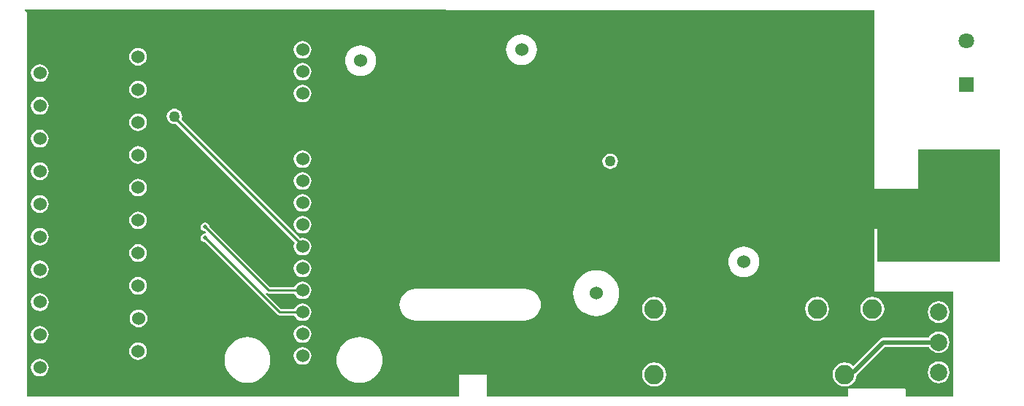
<source format=gbl>
G04*
G04 #@! TF.GenerationSoftware,Altium Limited,Altium Designer,21.7.2 (23)*
G04*
G04 Layer_Physical_Order=2*
G04 Layer_Color=16711680*
%FSLAX25Y25*%
%MOIN*%
G70*
G04*
G04 #@! TF.SameCoordinates,2DF3D4ED-E0DB-4B01-A8BF-79668011FF23*
G04*
G04*
G04 #@! TF.FilePolarity,Positive*
G04*
G01*
G75*
%ADD13C,0.01000*%
%ADD39C,0.02000*%
%ADD41C,0.06000*%
%ADD42R,0.07087X0.07087*%
%ADD43C,0.07087*%
%ADD44C,0.07874*%
%ADD45C,0.08858*%
%ADD46C,0.05000*%
%ADD47C,0.02000*%
G36*
X389500Y179000D02*
Y97500D01*
X409500D01*
Y115500D01*
X447000D01*
Y64000D01*
X391000Y64000D01*
X391000Y79000D01*
X389500D01*
Y50500D01*
X425500D01*
Y2500D01*
X404000D01*
Y5500D01*
X403500Y6000D01*
X377500D01*
Y2500D01*
X212500D01*
Y12500D01*
X200000D01*
Y2500D01*
X2500D01*
Y178000D01*
X1463Y179037D01*
X1654Y179499D01*
X389500Y179000D01*
D02*
G37*
%LPC*%
G36*
X128500Y165034D02*
X127456Y164897D01*
X126483Y164494D01*
X125647Y163853D01*
X125006Y163017D01*
X124603Y162044D01*
X124466Y161000D01*
X124603Y159956D01*
X125006Y158983D01*
X125647Y158147D01*
X126483Y157506D01*
X127456Y157103D01*
X128500Y156965D01*
X129544Y157103D01*
X130517Y157506D01*
X131353Y158147D01*
X131994Y158983D01*
X132397Y159956D01*
X132535Y161000D01*
X132397Y162044D01*
X131994Y163017D01*
X131353Y163853D01*
X130517Y164494D01*
X129544Y164897D01*
X128500Y165034D01*
D02*
G37*
G36*
X228500Y168034D02*
X227128Y167899D01*
X225808Y167499D01*
X224592Y166849D01*
X223526Y165974D01*
X222652Y164908D01*
X222002Y163692D01*
X221601Y162372D01*
X221466Y161000D01*
X221601Y159628D01*
X222002Y158308D01*
X222652Y157092D01*
X223526Y156026D01*
X224592Y155151D01*
X225808Y154501D01*
X227128Y154101D01*
X228500Y153966D01*
X229872Y154101D01*
X231192Y154501D01*
X232408Y155151D01*
X233474Y156026D01*
X234349Y157092D01*
X234998Y158308D01*
X235399Y159628D01*
X235534Y161000D01*
X235399Y162372D01*
X234998Y163692D01*
X234349Y164908D01*
X233474Y165974D01*
X232408Y166849D01*
X231192Y167499D01*
X229872Y167899D01*
X228500Y168034D01*
D02*
G37*
G36*
X53382Y161818D02*
X52338Y161680D01*
X51365Y161277D01*
X50529Y160636D01*
X49888Y159801D01*
X49485Y158828D01*
X49347Y157783D01*
X49485Y156739D01*
X49888Y155766D01*
X50529Y154931D01*
X51365Y154289D01*
X52338Y153886D01*
X53382Y153749D01*
X54426Y153886D01*
X55399Y154289D01*
X56235Y154931D01*
X56876Y155766D01*
X57279Y156739D01*
X57416Y157783D01*
X57279Y158828D01*
X56876Y159801D01*
X56235Y160636D01*
X55399Y161277D01*
X54426Y161680D01*
X53382Y161818D01*
D02*
G37*
G36*
X155000Y163034D02*
X153628Y162899D01*
X152308Y162498D01*
X151092Y161848D01*
X150026Y160974D01*
X149152Y159908D01*
X148502Y158692D01*
X148101Y157372D01*
X147966Y156000D01*
X148101Y154628D01*
X148502Y153308D01*
X149152Y152092D01*
X150026Y151026D01*
X151092Y150152D01*
X152308Y149502D01*
X153628Y149101D01*
X155000Y148966D01*
X156372Y149101D01*
X157692Y149502D01*
X158908Y150152D01*
X159974Y151026D01*
X160848Y152092D01*
X161498Y153308D01*
X161899Y154628D01*
X162034Y156000D01*
X161899Y157372D01*
X161498Y158692D01*
X160848Y159908D01*
X159974Y160974D01*
X158908Y161848D01*
X157692Y162498D01*
X156372Y162899D01*
X155000Y163034D01*
D02*
G37*
G36*
X128500Y155034D02*
X127456Y154897D01*
X126483Y154494D01*
X125647Y153853D01*
X125006Y153017D01*
X124603Y152044D01*
X124466Y151000D01*
X124603Y149956D01*
X125006Y148983D01*
X125647Y148147D01*
X126483Y147506D01*
X127456Y147103D01*
X128500Y146966D01*
X129544Y147103D01*
X130517Y147506D01*
X131353Y148147D01*
X131994Y148983D01*
X132397Y149956D01*
X132535Y151000D01*
X132397Y152044D01*
X131994Y153017D01*
X131353Y153853D01*
X130517Y154494D01*
X129544Y154897D01*
X128500Y155034D01*
D02*
G37*
G36*
X8500Y154338D02*
X7456Y154200D01*
X6483Y153797D01*
X5647Y153156D01*
X5006Y152320D01*
X4603Y151347D01*
X4465Y150303D01*
X4603Y149259D01*
X5006Y148286D01*
X5647Y147450D01*
X6483Y146809D01*
X7456Y146406D01*
X8500Y146269D01*
X9544Y146406D01*
X10517Y146809D01*
X11353Y147450D01*
X11994Y148286D01*
X12397Y149259D01*
X12535Y150303D01*
X12397Y151347D01*
X11994Y152320D01*
X11353Y153156D01*
X10517Y153797D01*
X9544Y154200D01*
X8500Y154338D01*
D02*
G37*
G36*
X53382Y146857D02*
X52338Y146720D01*
X51365Y146317D01*
X50529Y145676D01*
X49888Y144840D01*
X49485Y143867D01*
X49347Y142823D01*
X49485Y141779D01*
X49888Y140806D01*
X50529Y139970D01*
X51365Y139329D01*
X52338Y138926D01*
X53382Y138788D01*
X54426Y138926D01*
X55399Y139329D01*
X56235Y139970D01*
X56876Y140806D01*
X57279Y141779D01*
X57416Y142823D01*
X57279Y143867D01*
X56876Y144840D01*
X56235Y145676D01*
X55399Y146317D01*
X54426Y146720D01*
X53382Y146857D01*
D02*
G37*
G36*
X128500Y145035D02*
X127456Y144897D01*
X126483Y144494D01*
X125647Y143853D01*
X125006Y143017D01*
X124603Y142044D01*
X124466Y141000D01*
X124603Y139956D01*
X125006Y138983D01*
X125647Y138147D01*
X126483Y137506D01*
X127456Y137103D01*
X128500Y136966D01*
X129544Y137103D01*
X130517Y137506D01*
X131353Y138147D01*
X131994Y138983D01*
X132397Y139956D01*
X132535Y141000D01*
X132397Y142044D01*
X131994Y143017D01*
X131353Y143853D01*
X130517Y144494D01*
X129544Y144897D01*
X128500Y145035D01*
D02*
G37*
G36*
X8500Y139377D02*
X7456Y139240D01*
X6483Y138837D01*
X5647Y138195D01*
X5006Y137360D01*
X4603Y136387D01*
X4465Y135343D01*
X4603Y134298D01*
X5006Y133325D01*
X5647Y132490D01*
X6483Y131849D01*
X7456Y131446D01*
X8500Y131308D01*
X9544Y131446D01*
X10517Y131849D01*
X11353Y132490D01*
X11994Y133325D01*
X12397Y134298D01*
X12535Y135343D01*
X12397Y136387D01*
X11994Y137360D01*
X11353Y138195D01*
X10517Y138837D01*
X9544Y139240D01*
X8500Y139377D01*
D02*
G37*
G36*
X53382Y131897D02*
X52338Y131759D01*
X51365Y131356D01*
X50529Y130715D01*
X49888Y129879D01*
X49485Y128906D01*
X49347Y127862D01*
X49485Y126818D01*
X49888Y125845D01*
X50529Y125009D01*
X51365Y124368D01*
X52338Y123965D01*
X53382Y123828D01*
X54426Y123965D01*
X55399Y124368D01*
X56235Y125009D01*
X56876Y125845D01*
X57279Y126818D01*
X57416Y127862D01*
X57279Y128906D01*
X56876Y129879D01*
X56235Y130715D01*
X55399Y131356D01*
X54426Y131759D01*
X53382Y131897D01*
D02*
G37*
G36*
X8500Y124416D02*
X7456Y124279D01*
X6483Y123876D01*
X5647Y123235D01*
X5006Y122399D01*
X4603Y121426D01*
X4465Y120382D01*
X4603Y119338D01*
X5006Y118365D01*
X5647Y117529D01*
X6483Y116888D01*
X7456Y116485D01*
X8500Y116347D01*
X9544Y116485D01*
X10517Y116888D01*
X11353Y117529D01*
X11994Y118365D01*
X12397Y119338D01*
X12535Y120382D01*
X12397Y121426D01*
X11994Y122399D01*
X11353Y123235D01*
X10517Y123876D01*
X9544Y124279D01*
X8500Y124416D01*
D02*
G37*
G36*
X53382Y116936D02*
X52338Y116799D01*
X51365Y116396D01*
X50529Y115754D01*
X49888Y114919D01*
X49485Y113946D01*
X49347Y112902D01*
X49485Y111857D01*
X49888Y110884D01*
X50529Y110049D01*
X51365Y109408D01*
X52338Y109004D01*
X53382Y108867D01*
X54426Y109004D01*
X55399Y109408D01*
X56235Y110049D01*
X56876Y110884D01*
X57279Y111857D01*
X57416Y112902D01*
X57279Y113946D01*
X56876Y114919D01*
X56235Y115754D01*
X55399Y116396D01*
X54426Y116799D01*
X53382Y116936D01*
D02*
G37*
G36*
X128500Y115034D02*
X127456Y114897D01*
X126483Y114494D01*
X125647Y113853D01*
X125006Y113017D01*
X124603Y112044D01*
X124466Y111000D01*
X124603Y109956D01*
X125006Y108983D01*
X125647Y108147D01*
X126483Y107506D01*
X127456Y107103D01*
X128500Y106965D01*
X129544Y107103D01*
X130517Y107506D01*
X131353Y108147D01*
X131994Y108983D01*
X132397Y109956D01*
X132535Y111000D01*
X132397Y112044D01*
X131994Y113017D01*
X131353Y113853D01*
X130517Y114494D01*
X129544Y114897D01*
X128500Y115034D01*
D02*
G37*
G36*
X269000Y113530D02*
X268086Y113410D01*
X267235Y113057D01*
X266504Y112496D01*
X265943Y111765D01*
X265590Y110914D01*
X265470Y110000D01*
X265590Y109086D01*
X265943Y108235D01*
X266504Y107504D01*
X267235Y106943D01*
X268086Y106590D01*
X269000Y106470D01*
X269914Y106590D01*
X270765Y106943D01*
X271496Y107504D01*
X272057Y108235D01*
X272410Y109086D01*
X272530Y110000D01*
X272410Y110914D01*
X272057Y111765D01*
X271496Y112496D01*
X270765Y113057D01*
X269914Y113410D01*
X269000Y113530D01*
D02*
G37*
G36*
X8500Y109456D02*
X7456Y109318D01*
X6483Y108915D01*
X5647Y108274D01*
X5006Y107439D01*
X4603Y106465D01*
X4465Y105421D01*
X4603Y104377D01*
X5006Y103404D01*
X5647Y102568D01*
X6483Y101927D01*
X7456Y101524D01*
X8500Y101387D01*
X9544Y101524D01*
X10517Y101927D01*
X11353Y102568D01*
X11994Y103404D01*
X12397Y104377D01*
X12535Y105421D01*
X12397Y106465D01*
X11994Y107439D01*
X11353Y108274D01*
X10517Y108915D01*
X9544Y109318D01*
X8500Y109456D01*
D02*
G37*
G36*
X128500Y105034D02*
X127456Y104897D01*
X126483Y104494D01*
X125647Y103853D01*
X125006Y103017D01*
X124603Y102044D01*
X124466Y101000D01*
X124603Y99956D01*
X125006Y98983D01*
X125647Y98147D01*
X126483Y97506D01*
X127456Y97103D01*
X128500Y96965D01*
X129544Y97103D01*
X130517Y97506D01*
X131353Y98147D01*
X131994Y98983D01*
X132397Y99956D01*
X132535Y101000D01*
X132397Y102044D01*
X131994Y103017D01*
X131353Y103853D01*
X130517Y104494D01*
X129544Y104897D01*
X128500Y105034D01*
D02*
G37*
G36*
X53382Y101976D02*
X52338Y101838D01*
X51365Y101435D01*
X50529Y100794D01*
X49888Y99958D01*
X49485Y98985D01*
X49347Y97941D01*
X49485Y96897D01*
X49888Y95924D01*
X50529Y95088D01*
X51365Y94447D01*
X52338Y94044D01*
X53382Y93906D01*
X54426Y94044D01*
X55399Y94447D01*
X56235Y95088D01*
X56876Y95924D01*
X57279Y96897D01*
X57416Y97941D01*
X57279Y98985D01*
X56876Y99958D01*
X56235Y100794D01*
X55399Y101435D01*
X54426Y101838D01*
X53382Y101976D01*
D02*
G37*
G36*
X128500Y95034D02*
X127456Y94897D01*
X126483Y94494D01*
X125647Y93853D01*
X125006Y93017D01*
X124603Y92044D01*
X124466Y91000D01*
X124603Y89956D01*
X125006Y88983D01*
X125647Y88147D01*
X126483Y87506D01*
X127456Y87103D01*
X128500Y86966D01*
X129544Y87103D01*
X130517Y87506D01*
X131353Y88147D01*
X131994Y88983D01*
X132397Y89956D01*
X132535Y91000D01*
X132397Y92044D01*
X131994Y93017D01*
X131353Y93853D01*
X130517Y94494D01*
X129544Y94897D01*
X128500Y95034D01*
D02*
G37*
G36*
X8500Y94495D02*
X7456Y94358D01*
X6483Y93955D01*
X5647Y93313D01*
X5006Y92478D01*
X4603Y91505D01*
X4465Y90461D01*
X4603Y89416D01*
X5006Y88443D01*
X5647Y87608D01*
X6483Y86967D01*
X7456Y86564D01*
X8500Y86426D01*
X9544Y86564D01*
X10517Y86967D01*
X11353Y87608D01*
X11994Y88443D01*
X12397Y89416D01*
X12535Y90461D01*
X12397Y91505D01*
X11994Y92478D01*
X11353Y93313D01*
X10517Y93955D01*
X9544Y94358D01*
X8500Y94495D01*
D02*
G37*
G36*
X53382Y87015D02*
X52338Y86877D01*
X51365Y86474D01*
X50529Y85833D01*
X49888Y84998D01*
X49485Y84025D01*
X49347Y82980D01*
X49485Y81936D01*
X49888Y80963D01*
X50529Y80128D01*
X51365Y79486D01*
X52338Y79083D01*
X53382Y78946D01*
X54426Y79083D01*
X55399Y79486D01*
X56235Y80128D01*
X56876Y80963D01*
X57279Y81936D01*
X57416Y82980D01*
X57279Y84025D01*
X56876Y84998D01*
X56235Y85833D01*
X55399Y86474D01*
X54426Y86877D01*
X53382Y87015D01*
D02*
G37*
G36*
X84000Y82039D02*
X83220Y81884D01*
X82558Y81442D01*
X82116Y80780D01*
X81961Y80000D01*
X82116Y79220D01*
X82558Y78558D01*
X83220Y78116D01*
X83846Y77991D01*
X84360Y77477D01*
X84113Y77017D01*
X84000Y77039D01*
X83220Y76884D01*
X82558Y76442D01*
X82116Y75780D01*
X81961Y75000D01*
X82116Y74220D01*
X82558Y73558D01*
X83220Y73116D01*
X83846Y72992D01*
X116919Y39919D01*
X117415Y39587D01*
X118000Y39471D01*
X124804D01*
X125006Y38983D01*
X125647Y38147D01*
X126483Y37506D01*
X127456Y37103D01*
X128500Y36966D01*
X129544Y37103D01*
X130517Y37506D01*
X131353Y38147D01*
X131994Y38983D01*
X132397Y39956D01*
X132535Y41000D01*
X132397Y42044D01*
X131994Y43017D01*
X131353Y43853D01*
X130517Y44494D01*
X129544Y44897D01*
X128500Y45035D01*
X127456Y44897D01*
X126483Y44494D01*
X125647Y43853D01*
X125006Y43017D01*
X124804Y42529D01*
X118633D01*
X111699Y49464D01*
X112018Y49852D01*
X112415Y49587D01*
X113000Y49471D01*
X124804D01*
X125006Y48983D01*
X125647Y48147D01*
X126483Y47506D01*
X127456Y47103D01*
X128500Y46966D01*
X129544Y47103D01*
X130517Y47506D01*
X131353Y48147D01*
X131994Y48983D01*
X132397Y49956D01*
X132535Y51000D01*
X132397Y52044D01*
X131994Y53017D01*
X131353Y53853D01*
X130517Y54494D01*
X129544Y54897D01*
X128500Y55035D01*
X127456Y54897D01*
X126483Y54494D01*
X125647Y53853D01*
X125006Y53017D01*
X124804Y52529D01*
X113634D01*
X86009Y80154D01*
X85884Y80780D01*
X85442Y81442D01*
X84780Y81884D01*
X84000Y82039D01*
D02*
G37*
G36*
X128500Y85035D02*
X127456Y84897D01*
X126483Y84494D01*
X125647Y83853D01*
X125006Y83017D01*
X124603Y82044D01*
X124466Y81000D01*
X124603Y79956D01*
X125006Y78983D01*
X125647Y78147D01*
X126483Y77506D01*
X127456Y77103D01*
X128500Y76965D01*
X129544Y77103D01*
X130517Y77506D01*
X131353Y78147D01*
X131994Y78983D01*
X132397Y79956D01*
X132535Y81000D01*
X132397Y82044D01*
X131994Y83017D01*
X131353Y83853D01*
X130517Y84494D01*
X129544Y84897D01*
X128500Y85035D01*
D02*
G37*
G36*
X8500Y79535D02*
X7456Y79397D01*
X6483Y78994D01*
X5647Y78353D01*
X5006Y77517D01*
X4603Y76544D01*
X4465Y75500D01*
X4603Y74456D01*
X5006Y73483D01*
X5647Y72647D01*
X6483Y72006D01*
X7456Y71603D01*
X8500Y71465D01*
X9544Y71603D01*
X10517Y72006D01*
X11353Y72647D01*
X11994Y73483D01*
X12397Y74456D01*
X12535Y75500D01*
X12397Y76544D01*
X11994Y77517D01*
X11353Y78353D01*
X10517Y78994D01*
X9544Y79397D01*
X8500Y79535D01*
D02*
G37*
G36*
X70000Y134030D02*
X69086Y133910D01*
X68235Y133557D01*
X67504Y132996D01*
X66943Y132265D01*
X66590Y131414D01*
X66470Y130500D01*
X66590Y129586D01*
X66943Y128735D01*
X67504Y128004D01*
X68235Y127443D01*
X69086Y127090D01*
X70000Y126970D01*
X70766Y127071D01*
X124952Y72886D01*
X124603Y72044D01*
X124466Y71000D01*
X124603Y69956D01*
X125006Y68983D01*
X125647Y68147D01*
X126483Y67506D01*
X127456Y67103D01*
X128500Y66966D01*
X129544Y67103D01*
X130517Y67506D01*
X131353Y68147D01*
X131994Y68983D01*
X132397Y69956D01*
X132535Y71000D01*
X132397Y72044D01*
X131994Y73017D01*
X131353Y73853D01*
X130517Y74494D01*
X129544Y74897D01*
X128500Y75034D01*
X127456Y74897D01*
X127322Y74841D01*
X73166Y128997D01*
X73410Y129586D01*
X73530Y130500D01*
X73410Y131414D01*
X73057Y132265D01*
X72496Y132996D01*
X71765Y133557D01*
X70914Y133910D01*
X70000Y134030D01*
D02*
G37*
G36*
X53382Y72054D02*
X52338Y71917D01*
X51365Y71514D01*
X50529Y70872D01*
X49888Y70037D01*
X49485Y69064D01*
X49347Y68020D01*
X49485Y66975D01*
X49888Y66002D01*
X50529Y65167D01*
X51365Y64526D01*
X52338Y64123D01*
X53382Y63985D01*
X54426Y64123D01*
X55399Y64526D01*
X56235Y65167D01*
X56876Y66002D01*
X57279Y66975D01*
X57416Y68020D01*
X57279Y69064D01*
X56876Y70037D01*
X56235Y70872D01*
X55399Y71514D01*
X54426Y71917D01*
X53382Y72054D01*
D02*
G37*
G36*
X330000Y71034D02*
X328628Y70899D01*
X327308Y70499D01*
X326092Y69849D01*
X325026Y68974D01*
X324151Y67908D01*
X323501Y66692D01*
X323101Y65372D01*
X322966Y64000D01*
X323101Y62628D01*
X323501Y61308D01*
X324151Y60092D01*
X325026Y59026D01*
X326092Y58152D01*
X327308Y57502D01*
X328628Y57101D01*
X330000Y56966D01*
X331372Y57101D01*
X332692Y57502D01*
X333908Y58152D01*
X334974Y59026D01*
X335848Y60092D01*
X336498Y61308D01*
X336899Y62628D01*
X337034Y64000D01*
X336899Y65372D01*
X336498Y66692D01*
X335848Y67908D01*
X334974Y68974D01*
X333908Y69849D01*
X332692Y70499D01*
X331372Y70899D01*
X330000Y71034D01*
D02*
G37*
G36*
X128500Y65035D02*
X127456Y64897D01*
X126483Y64494D01*
X125647Y63853D01*
X125006Y63017D01*
X124603Y62044D01*
X124466Y61000D01*
X124603Y59956D01*
X125006Y58983D01*
X125647Y58147D01*
X126483Y57506D01*
X127456Y57103D01*
X128500Y56966D01*
X129544Y57103D01*
X130517Y57506D01*
X131353Y58147D01*
X131994Y58983D01*
X132397Y59956D01*
X132535Y61000D01*
X132397Y62044D01*
X131994Y63017D01*
X131353Y63853D01*
X130517Y64494D01*
X129544Y64897D01*
X128500Y65035D01*
D02*
G37*
G36*
X8500Y64574D02*
X7456Y64436D01*
X6483Y64033D01*
X5647Y63392D01*
X5006Y62557D01*
X4603Y61584D01*
X4465Y60539D01*
X4603Y59495D01*
X5006Y58522D01*
X5647Y57687D01*
X6483Y57045D01*
X7456Y56642D01*
X8500Y56505D01*
X9544Y56642D01*
X10517Y57045D01*
X11353Y57687D01*
X11994Y58522D01*
X12397Y59495D01*
X12535Y60539D01*
X12397Y61584D01*
X11994Y62557D01*
X11353Y63392D01*
X10517Y64033D01*
X9544Y64436D01*
X8500Y64574D01*
D02*
G37*
G36*
X53382Y57094D02*
X52338Y56956D01*
X51365Y56553D01*
X50529Y55912D01*
X49888Y55076D01*
X49485Y54103D01*
X49347Y53059D01*
X49485Y52015D01*
X49888Y51042D01*
X50529Y50206D01*
X51365Y49565D01*
X52338Y49162D01*
X53382Y49025D01*
X54426Y49162D01*
X55399Y49565D01*
X56235Y50206D01*
X56876Y51042D01*
X57279Y52015D01*
X57416Y53059D01*
X57279Y54103D01*
X56876Y55076D01*
X56235Y55912D01*
X55399Y56553D01*
X54426Y56956D01*
X53382Y57094D01*
D02*
G37*
G36*
X8500Y49613D02*
X7456Y49476D01*
X6483Y49073D01*
X5647Y48432D01*
X5006Y47596D01*
X4603Y46623D01*
X4465Y45579D01*
X4603Y44535D01*
X5006Y43562D01*
X5647Y42726D01*
X6483Y42085D01*
X7456Y41682D01*
X8500Y41544D01*
X9544Y41682D01*
X10517Y42085D01*
X11353Y42726D01*
X11994Y43562D01*
X12397Y44535D01*
X12535Y45579D01*
X12397Y46623D01*
X11994Y47596D01*
X11353Y48432D01*
X10517Y49073D01*
X9544Y49476D01*
X8500Y49613D01*
D02*
G37*
G36*
X262588Y60119D02*
X260948Y59990D01*
X259349Y59605D01*
X257829Y58976D01*
X256427Y58117D01*
X255176Y57049D01*
X254108Y55798D01*
X253249Y54396D01*
X252620Y52876D01*
X252236Y51277D01*
X252107Y49637D01*
X252236Y47998D01*
X252620Y46399D01*
X253249Y44879D01*
X254108Y43477D01*
X255176Y42226D01*
X256427Y41158D01*
X257829Y40299D01*
X259349Y39669D01*
X260948Y39285D01*
X262588Y39156D01*
X264227Y39285D01*
X265827Y39669D01*
X267346Y40299D01*
X268748Y41158D01*
X269999Y42226D01*
X271067Y43477D01*
X271926Y44879D01*
X272556Y46399D01*
X272940Y47998D01*
X273069Y49637D01*
X272940Y51277D01*
X272556Y52876D01*
X271926Y54396D01*
X271067Y55798D01*
X269999Y57049D01*
X268748Y58117D01*
X267346Y58976D01*
X265827Y59605D01*
X264227Y59990D01*
X262588Y60119D01*
D02*
G37*
G36*
X230025Y51693D02*
X180025D01*
X178603Y51553D01*
X177237Y51139D01*
X175977Y50465D01*
X174873Y49559D01*
X173967Y48455D01*
X173294Y47196D01*
X172880Y45829D01*
X172740Y44408D01*
X172880Y42987D01*
X173294Y41620D01*
X173967Y40361D01*
X174873Y39257D01*
X175977Y38351D01*
X177237Y37677D01*
X178603Y37263D01*
X180025Y37123D01*
X230025D01*
X231446Y37263D01*
X232813Y37677D01*
X234072Y38351D01*
X235176Y39257D01*
X236082Y40361D01*
X236755Y41620D01*
X237170Y42987D01*
X237310Y44408D01*
X237170Y45829D01*
X236755Y47196D01*
X236082Y48455D01*
X235176Y49559D01*
X234072Y50465D01*
X232813Y51139D01*
X231446Y51553D01*
X230025Y51693D01*
D02*
G37*
G36*
X388697Y47976D02*
X387280Y47789D01*
X385959Y47242D01*
X384825Y46372D01*
X383955Y45238D01*
X383407Y43917D01*
X383221Y42500D01*
X383407Y41083D01*
X383955Y39762D01*
X384825Y38628D01*
X385959Y37758D01*
X387280Y37211D01*
X388697Y37024D01*
X390114Y37211D01*
X391435Y37758D01*
X392569Y38628D01*
X393439Y39762D01*
X393986Y41083D01*
X394173Y42500D01*
X393986Y43917D01*
X393439Y45238D01*
X392569Y46372D01*
X391435Y47242D01*
X390114Y47789D01*
X388697Y47976D01*
D02*
G37*
G36*
X363500D02*
X362083Y47789D01*
X360762Y47242D01*
X359628Y46372D01*
X358758Y45238D01*
X358211Y43917D01*
X358024Y42500D01*
X358211Y41083D01*
X358758Y39762D01*
X359628Y38628D01*
X360762Y37758D01*
X362083Y37211D01*
X363500Y37024D01*
X364917Y37211D01*
X366238Y37758D01*
X367372Y38628D01*
X368242Y39762D01*
X368789Y41083D01*
X368976Y42500D01*
X368789Y43917D01*
X368242Y45238D01*
X367372Y46372D01*
X366238Y47242D01*
X364917Y47789D01*
X363500Y47976D01*
D02*
G37*
G36*
X289090D02*
X287673Y47789D01*
X286353Y47242D01*
X285218Y46372D01*
X284348Y45238D01*
X283801Y43917D01*
X283615Y42500D01*
X283801Y41083D01*
X284348Y39762D01*
X285218Y38628D01*
X286353Y37758D01*
X287673Y37211D01*
X289090Y37024D01*
X290508Y37211D01*
X291828Y37758D01*
X292963Y38628D01*
X293833Y39762D01*
X294380Y41083D01*
X294566Y42500D01*
X294380Y43917D01*
X293833Y45238D01*
X292963Y46372D01*
X291828Y47242D01*
X290508Y47789D01*
X289090Y47976D01*
D02*
G37*
G36*
X419000Y45980D02*
X417711Y45810D01*
X416510Y45312D01*
X415479Y44521D01*
X414687Y43490D01*
X414190Y42289D01*
X414020Y41000D01*
X414190Y39711D01*
X414687Y38510D01*
X415479Y37479D01*
X416510Y36687D01*
X417711Y36190D01*
X419000Y36020D01*
X420289Y36190D01*
X421490Y36687D01*
X422521Y37479D01*
X423313Y38510D01*
X423810Y39711D01*
X423980Y41000D01*
X423810Y42289D01*
X423313Y43490D01*
X422521Y44521D01*
X421490Y45312D01*
X420289Y45810D01*
X419000Y45980D01*
D02*
G37*
G36*
X53594Y42133D02*
X52550Y41995D01*
X51577Y41592D01*
X50742Y40951D01*
X50100Y40116D01*
X49697Y39143D01*
X49560Y38098D01*
X49697Y37054D01*
X50100Y36081D01*
X50742Y35246D01*
X51577Y34604D01*
X52550Y34201D01*
X53594Y34064D01*
X54639Y34201D01*
X55612Y34604D01*
X56447Y35246D01*
X57089Y36081D01*
X57491Y37054D01*
X57629Y38098D01*
X57491Y39143D01*
X57089Y40116D01*
X56447Y40951D01*
X55612Y41592D01*
X54639Y41995D01*
X53594Y42133D01*
D02*
G37*
G36*
X128500Y35034D02*
X127456Y34897D01*
X126483Y34494D01*
X125647Y33853D01*
X125006Y33017D01*
X124603Y32044D01*
X124466Y31000D01*
X124603Y29956D01*
X125006Y28983D01*
X125647Y28147D01*
X126483Y27506D01*
X127456Y27103D01*
X128500Y26965D01*
X129544Y27103D01*
X130517Y27506D01*
X131353Y28147D01*
X131994Y28983D01*
X132397Y29956D01*
X132535Y31000D01*
X132397Y32044D01*
X131994Y33017D01*
X131353Y33853D01*
X130517Y34494D01*
X129544Y34897D01*
X128500Y35034D01*
D02*
G37*
G36*
X8500Y34653D02*
X7456Y34515D01*
X6483Y34112D01*
X5647Y33471D01*
X5006Y32635D01*
X4603Y31662D01*
X4465Y30618D01*
X4603Y29574D01*
X5006Y28601D01*
X5647Y27765D01*
X6483Y27124D01*
X7456Y26721D01*
X8500Y26584D01*
X9544Y26721D01*
X10517Y27124D01*
X11353Y27765D01*
X11994Y28601D01*
X12397Y29574D01*
X12535Y30618D01*
X12397Y31662D01*
X11994Y32635D01*
X11353Y33471D01*
X10517Y34112D01*
X9544Y34515D01*
X8500Y34653D01*
D02*
G37*
G36*
X419000Y32200D02*
X417711Y32030D01*
X416510Y31533D01*
X415479Y30742D01*
X414687Y29710D01*
X414501Y29260D01*
X393721D01*
X392940Y29104D01*
X392279Y28662D01*
X379987Y16371D01*
X379971Y16372D01*
X378836Y17242D01*
X377516Y17789D01*
X376098Y17976D01*
X374681Y17789D01*
X373360Y17242D01*
X372226Y16372D01*
X371356Y15238D01*
X370809Y13917D01*
X370622Y12500D01*
X370809Y11083D01*
X371356Y9762D01*
X372226Y8628D01*
X373360Y7758D01*
X374681Y7211D01*
X376098Y7024D01*
X377516Y7211D01*
X378836Y7758D01*
X379971Y8628D01*
X380841Y9762D01*
X381388Y11083D01*
X381538Y12226D01*
X381754Y12370D01*
X394565Y25181D01*
X414501D01*
X414687Y24731D01*
X415479Y23699D01*
X416510Y22908D01*
X417711Y22411D01*
X419000Y22241D01*
X420289Y22411D01*
X421490Y22908D01*
X422521Y23699D01*
X423313Y24731D01*
X423810Y25932D01*
X423980Y27220D01*
X423810Y28509D01*
X423313Y29710D01*
X422521Y30742D01*
X421490Y31533D01*
X420289Y32030D01*
X419000Y32200D01*
D02*
G37*
G36*
X53382Y27172D02*
X52338Y27035D01*
X51365Y26632D01*
X50529Y25991D01*
X49888Y25155D01*
X49485Y24182D01*
X49347Y23138D01*
X49485Y22094D01*
X49888Y21121D01*
X50529Y20285D01*
X51365Y19644D01*
X52338Y19241D01*
X53382Y19103D01*
X54426Y19241D01*
X55399Y19644D01*
X56235Y20285D01*
X56876Y21121D01*
X57279Y22094D01*
X57416Y23138D01*
X57279Y24182D01*
X56876Y25155D01*
X56235Y25991D01*
X55399Y26632D01*
X54426Y27035D01*
X53382Y27172D01*
D02*
G37*
G36*
X128500Y25034D02*
X127456Y24897D01*
X126483Y24494D01*
X125647Y23853D01*
X125006Y23017D01*
X124603Y22044D01*
X124466Y21000D01*
X124603Y19956D01*
X125006Y18983D01*
X125647Y18147D01*
X126483Y17506D01*
X127456Y17103D01*
X128500Y16965D01*
X129544Y17103D01*
X130517Y17506D01*
X131353Y18147D01*
X131994Y18983D01*
X132397Y19956D01*
X132535Y21000D01*
X132397Y22044D01*
X131994Y23017D01*
X131353Y23853D01*
X130517Y24494D01*
X129544Y24897D01*
X128500Y25034D01*
D02*
G37*
G36*
X8500Y19692D02*
X7456Y19555D01*
X6483Y19151D01*
X5647Y18510D01*
X5006Y17675D01*
X4603Y16702D01*
X4465Y15657D01*
X4603Y14613D01*
X5006Y13640D01*
X5647Y12805D01*
X6483Y12163D01*
X7456Y11760D01*
X8500Y11623D01*
X9544Y11760D01*
X10517Y12163D01*
X11353Y12805D01*
X11994Y13640D01*
X12397Y14613D01*
X12535Y15657D01*
X12397Y16702D01*
X11994Y17675D01*
X11353Y18510D01*
X10517Y19151D01*
X9544Y19555D01*
X8500Y19692D01*
D02*
G37*
G36*
X154500Y29615D02*
X152860Y29486D01*
X151261Y29102D01*
X149742Y28473D01*
X148339Y27613D01*
X147089Y26545D01*
X146021Y25294D01*
X145161Y23892D01*
X144532Y22373D01*
X144148Y20773D01*
X144019Y19134D01*
X144148Y17494D01*
X144532Y15895D01*
X145161Y14376D01*
X146021Y12973D01*
X147089Y11722D01*
X148339Y10654D01*
X149742Y9795D01*
X151261Y9166D01*
X152860Y8782D01*
X154500Y8653D01*
X156140Y8782D01*
X157739Y9166D01*
X159258Y9795D01*
X160661Y10654D01*
X161911Y11722D01*
X162979Y12973D01*
X163839Y14376D01*
X164468Y15895D01*
X164852Y17494D01*
X164981Y19134D01*
X164852Y20773D01*
X164468Y22373D01*
X163839Y23892D01*
X162979Y25294D01*
X161911Y26545D01*
X160661Y27613D01*
X159258Y28473D01*
X157739Y29102D01*
X156140Y29486D01*
X154500Y29615D01*
D02*
G37*
G36*
X103319D02*
X101679Y29486D01*
X100080Y29102D01*
X98561Y28473D01*
X97158Y27613D01*
X95908Y26545D01*
X94840Y25294D01*
X93980Y23892D01*
X93351Y22373D01*
X92967Y20773D01*
X92838Y19134D01*
X92967Y17494D01*
X93351Y15895D01*
X93980Y14376D01*
X94840Y12973D01*
X95908Y11722D01*
X97158Y10654D01*
X98561Y9795D01*
X100080Y9166D01*
X101679Y8782D01*
X103319Y8653D01*
X104958Y8782D01*
X106558Y9166D01*
X108077Y9795D01*
X109479Y10654D01*
X110730Y11722D01*
X111798Y12973D01*
X112658Y14376D01*
X113287Y15895D01*
X113671Y17494D01*
X113800Y19134D01*
X113671Y20773D01*
X113287Y22373D01*
X112658Y23892D01*
X111798Y25294D01*
X110730Y26545D01*
X109479Y27613D01*
X108077Y28473D01*
X106558Y29102D01*
X104958Y29486D01*
X103319Y29615D01*
D02*
G37*
G36*
X419000Y18421D02*
X417711Y18251D01*
X416510Y17753D01*
X415479Y16962D01*
X414687Y15931D01*
X414190Y14730D01*
X414020Y13441D01*
X414190Y12152D01*
X414687Y10951D01*
X415479Y9920D01*
X416510Y9128D01*
X417711Y8631D01*
X419000Y8461D01*
X420289Y8631D01*
X421490Y9128D01*
X422521Y9920D01*
X423313Y10951D01*
X423810Y12152D01*
X423980Y13441D01*
X423810Y14730D01*
X423313Y15931D01*
X422521Y16962D01*
X421490Y17753D01*
X420289Y18251D01*
X419000Y18421D01*
D02*
G37*
G36*
X289090Y17976D02*
X287673Y17789D01*
X286353Y17242D01*
X285218Y16372D01*
X284348Y15238D01*
X283801Y13917D01*
X283615Y12500D01*
X283801Y11083D01*
X284348Y9762D01*
X285218Y8628D01*
X286353Y7758D01*
X287673Y7211D01*
X289090Y7024D01*
X290508Y7211D01*
X291828Y7758D01*
X292963Y8628D01*
X293833Y9762D01*
X294380Y11083D01*
X294566Y12500D01*
X294380Y13917D01*
X293833Y15238D01*
X292963Y16372D01*
X291828Y17242D01*
X290508Y17789D01*
X289090Y17976D01*
D02*
G37*
%LPD*%
D13*
X113000Y51000D02*
X128500D01*
X84000Y80000D02*
X113000Y51000D01*
X118000Y41000D02*
X128500D01*
X84000Y75000D02*
X118000Y41000D01*
X128500Y71000D02*
Y71500D01*
X70000Y130000D02*
X128500Y71500D01*
X70000Y130000D02*
Y130500D01*
D39*
X393721Y27220D02*
X419000D01*
X376098Y12500D02*
X377411Y13812D01*
X380312D02*
X393721Y27220D01*
X377411Y13812D02*
X380312D01*
D41*
X228500Y161000D02*
D03*
X155000Y156000D02*
D03*
X330000Y64000D02*
D03*
X128500Y161000D02*
D03*
Y151000D02*
D03*
Y141000D02*
D03*
Y21000D02*
D03*
Y31000D02*
D03*
Y41000D02*
D03*
Y51000D02*
D03*
Y61000D02*
D03*
Y71000D02*
D03*
Y81000D02*
D03*
Y91000D02*
D03*
Y101000D02*
D03*
Y111000D02*
D03*
Y121000D02*
D03*
Y131000D02*
D03*
X8500Y15657D02*
D03*
Y30618D02*
D03*
Y45579D02*
D03*
Y60539D02*
D03*
Y75500D02*
D03*
Y90461D02*
D03*
Y105421D02*
D03*
Y120382D02*
D03*
Y135343D02*
D03*
X53382Y23138D02*
D03*
X53594Y38098D02*
D03*
X53382Y53059D02*
D03*
Y68020D02*
D03*
Y82980D02*
D03*
Y97941D02*
D03*
Y112902D02*
D03*
Y127862D02*
D03*
X8500Y150303D02*
D03*
X53382Y142823D02*
D03*
Y157783D02*
D03*
X262588Y49637D02*
D03*
D42*
X431500Y145000D02*
D03*
Y81000D02*
D03*
D43*
Y165000D02*
D03*
Y101000D02*
D03*
D44*
X419000Y13441D02*
D03*
Y27220D02*
D03*
Y41000D02*
D03*
D45*
X289090Y42500D02*
D03*
X363500D02*
D03*
X388697D02*
D03*
X376098Y12500D02*
D03*
X289090D02*
D03*
D46*
X269000Y110000D02*
D03*
X337000Y128000D02*
D03*
Y107500D02*
D03*
X250000Y94500D02*
D03*
X70000Y130500D02*
D03*
X229500Y14500D02*
D03*
D47*
X84000Y75000D02*
D03*
Y80000D02*
D03*
M02*

</source>
